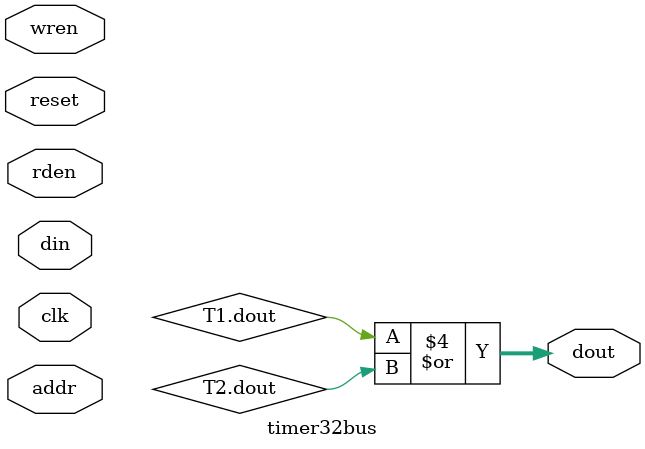
<source format=sv>
`timescale 1ns / 1ps


module timer32bus(clk, reset, din, dout, wren,rden, addr);
input clk, reset, wren,rden;
input [31:0] din;
output [31:0] dout;
input [23:0] addr; //24 bit address
//20-bit decode, compare against addr[23:4]
parameter TMR1_RANGE = 20'h9250A; //20 bit decode
parameter TMR2_RANGE = 20'h3C74D; //20 bit decode 

reg wren1,wren2, rden1, rden2;
logic [31:0] dout1, dout2;


timer32 T1 (.clk(clk), .reset(reset), .din(din), .dout(dout1), .wren(wren1), .rden(rden1), .addr(addr[1:0]));
timer32 T2 (.clk(clk), .reset(reset), .din(din), .dout(dout2), .wren(wren2), .rden(rden2), .addr(addr[1:0]));
//timer32 T1 (.clk(clk), .reset(reset), .din(din), .dout(dout1), .wren(wren1), .rden(rden1), .addr(addr[1:0]));
//timer32 T2 (.clk(clk) , .reset(reset), .din(din) , .dout(dout2));

always_comb begin
    rden1 = 0;
    wren1 = 0;
    rden2 = 0;
    wren2 = 0;
    if(addr[23:4] == TMR1_RANGE) begin
        if(rden) begin
            rden1 = 1;
        end else begin
            rden1 = 0;
        end
        if(wren) begin
            wren1 = 1;
        end else begin
            wren1 = 0;
        end
    end else begin
        wren1 = 0;
        rden1 = 0;
    end
    if(addr[23:4] == TMR2_RANGE) begin
        if(rden) begin
            rden2 = 1;
        end else begin
            rden2 = 0;
        end 
        if(wren) begin
            wren2 = 1;
        end else begin
            wren2 = 0;
        end
    end else begin
        wren2 = 0;
        rden2 = 0;
    end
end
assign dout = T1.dout | T2.dout;
endmodule

</source>
